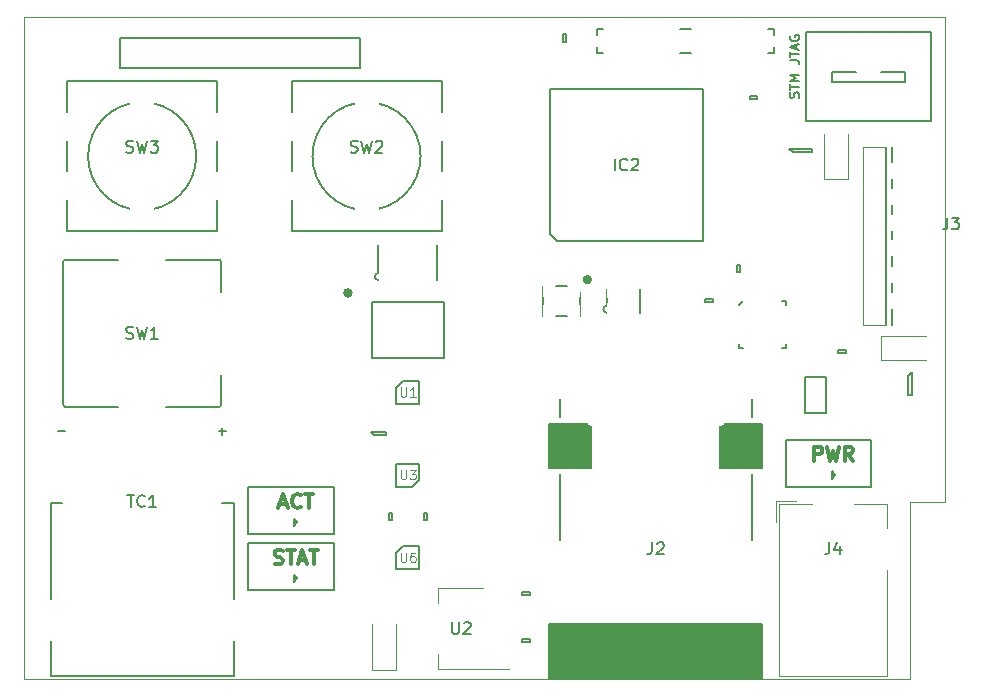
<source format=gbr>
%TF.GenerationSoftware,KiCad,Pcbnew,5.1.5-52549c5~84~ubuntu19.04.1*%
%TF.CreationDate,2020-04-18T10:51:23+00:00*%
%TF.ProjectId,alakol,616c616b-6f6c-42e6-9b69-6361645f7063,rev.0*%
%TF.SameCoordinates,Original*%
%TF.FileFunction,Legend,Top*%
%TF.FilePolarity,Positive*%
%FSLAX45Y45*%
G04 Gerber Fmt 4.5, Leading zero omitted, Abs format (unit mm)*
G04 Created by KiCad (PCBNEW 5.1.5-52549c5~84~ubuntu19.04.1) date 2020-04-18 10:51:23*
%MOMM*%
%LPD*%
G04 APERTURE LIST*
%ADD10C,0.150000*%
%ADD11C,0.200000*%
%ADD12C,0.300000*%
%ADD13C,0.100000*%
%ADD14C,0.120000*%
%ADD15C,0.400000*%
%ADD16R,2.200000X1.400000*%
%ADD17R,1.000000X1.200000*%
%ADD18R,0.820000X0.820000*%
%ADD19C,3.000000*%
%ADD20R,1.400000X1.100000*%
%ADD21C,3.450000*%
%ADD22C,1.800000*%
%ADD23C,2.600000*%
%ADD24C,2.000000*%
%ADD25R,1.150000X1.200000*%
%ADD26R,1.200000X1.150000*%
%ADD27R,2.100000X2.100000*%
%ADD28C,2.100000*%
%ADD29C,0.940000*%
%ADD30R,0.940000X2.990000*%
%ADD31C,3.800000*%
%ADD32O,3.000000X2.400000*%
%ADD33R,1.650000X0.650000*%
%ADD34R,2.200000X4.000000*%
%ADD35R,2.200000X1.700000*%
%ADD36R,0.750000X1.050000*%
%ADD37R,2.500000X0.800000*%
%ADD38R,2.500000X1.260000*%
%ADD39C,4.200000*%
%ADD40C,3.400000*%
%ADD41R,1.100000X1.200000*%
%ADD42R,2.100000X2.600000*%
%ADD43R,0.800000X1.300000*%
%ADD44R,2.800000X2.800000*%
%ADD45C,2.800000*%
%ADD46R,0.680000X0.430000*%
%ADD47R,0.430000X0.680000*%
%ADD48R,1.000000X1.000000*%
%ADD49R,0.500000X1.700000*%
%ADD50R,1.700000X0.500000*%
%ADD51R,1.200000X0.800000*%
%ADD52R,0.800000X1.200000*%
%ADD53R,1.300000X1.300000*%
G04 APERTURE END LIST*
D10*
X18550000Y-10100000D02*
X18550000Y-10150000D01*
X18500000Y-10100000D02*
X18550000Y-10100000D01*
X17750000Y-10100000D02*
X17850000Y-10100000D01*
X17750000Y-10300000D02*
X17850000Y-10300000D01*
X18550000Y-10300000D02*
X18550000Y-10250000D01*
X18500000Y-10300000D02*
X18550000Y-10300000D01*
X17050000Y-10100000D02*
X17100000Y-10100000D01*
X17050000Y-10150000D02*
X17050000Y-10100000D01*
X17050000Y-10300000D02*
X17100000Y-10300000D01*
X17050000Y-10250000D02*
X17050000Y-10300000D01*
X17050000Y-10300000D02*
X17050000Y-10250000D01*
X13849524Y-13505714D02*
X13910476Y-13505714D01*
X13880000Y-13536190D02*
X13880000Y-13475238D01*
X12489524Y-13505714D02*
X12550476Y-13505714D01*
X19875000Y-10875000D02*
X19875000Y-10125000D01*
X18825000Y-10875000D02*
X19875000Y-10875000D01*
X18825000Y-10125000D02*
X18825000Y-10875000D01*
X19875000Y-10125000D02*
X18825000Y-10125000D01*
X18757381Y-10679512D02*
X18761190Y-10668083D01*
X18761190Y-10649036D01*
X18757381Y-10641417D01*
X18753571Y-10637607D01*
X18745952Y-10633798D01*
X18738333Y-10633798D01*
X18730714Y-10637607D01*
X18726905Y-10641417D01*
X18723095Y-10649036D01*
X18719286Y-10664274D01*
X18715476Y-10671893D01*
X18711667Y-10675702D01*
X18704048Y-10679512D01*
X18696429Y-10679512D01*
X18688810Y-10675702D01*
X18685000Y-10671893D01*
X18681190Y-10664274D01*
X18681190Y-10645226D01*
X18685000Y-10633798D01*
X18681190Y-10610940D02*
X18681190Y-10565226D01*
X18761190Y-10588083D02*
X18681190Y-10588083D01*
X18761190Y-10538560D02*
X18681190Y-10538560D01*
X18738333Y-10511893D01*
X18681190Y-10485226D01*
X18761190Y-10485226D01*
X18681190Y-10363321D02*
X18738333Y-10363321D01*
X18749762Y-10367131D01*
X18757381Y-10374750D01*
X18761190Y-10386179D01*
X18761190Y-10393798D01*
X18681190Y-10336655D02*
X18681190Y-10290940D01*
X18761190Y-10313798D02*
X18681190Y-10313798D01*
X18738333Y-10268083D02*
X18738333Y-10229988D01*
X18761190Y-10275702D02*
X18681190Y-10249036D01*
X18761190Y-10222369D01*
X18685000Y-10153798D02*
X18681190Y-10161417D01*
X18681190Y-10172845D01*
X18685000Y-10184274D01*
X18692619Y-10191893D01*
X18700238Y-10195702D01*
X18715476Y-10199512D01*
X18726905Y-10199512D01*
X18742143Y-10195702D01*
X18749762Y-10191893D01*
X18757381Y-10184274D01*
X18761190Y-10172845D01*
X18761190Y-10165226D01*
X18757381Y-10153798D01*
X18753571Y-10149988D01*
X18726905Y-10149988D01*
X18726905Y-10165226D01*
D11*
X14100000Y-14850000D02*
X14825000Y-14850000D01*
X14825000Y-14450000D02*
X14100000Y-14450000D01*
X14100000Y-14850000D02*
X14100000Y-14450000D01*
X14825000Y-14850000D02*
X14825000Y-14450000D01*
D12*
X14322857Y-14623571D02*
X14340000Y-14629286D01*
X14368571Y-14629286D01*
X14380000Y-14623571D01*
X14385714Y-14617857D01*
X14391428Y-14606428D01*
X14391428Y-14595000D01*
X14385714Y-14583571D01*
X14380000Y-14577857D01*
X14368571Y-14572143D01*
X14345714Y-14566428D01*
X14334286Y-14560714D01*
X14328571Y-14555000D01*
X14322857Y-14543571D01*
X14322857Y-14532143D01*
X14328571Y-14520714D01*
X14334286Y-14515000D01*
X14345714Y-14509286D01*
X14374286Y-14509286D01*
X14391428Y-14515000D01*
X14425714Y-14509286D02*
X14494286Y-14509286D01*
X14460000Y-14629286D02*
X14460000Y-14509286D01*
X14528571Y-14595000D02*
X14585714Y-14595000D01*
X14517143Y-14629286D02*
X14557143Y-14509286D01*
X14597143Y-14629286D01*
X14620000Y-14509286D02*
X14688571Y-14509286D01*
X14654286Y-14629286D02*
X14654286Y-14509286D01*
D11*
X14825000Y-14375000D02*
X14825000Y-13975000D01*
X14825000Y-13975000D02*
X14100000Y-13975000D01*
X14100000Y-14375000D02*
X14825000Y-14375000D01*
X14100000Y-14375000D02*
X14100000Y-13975000D01*
D12*
X14365714Y-14120000D02*
X14422857Y-14120000D01*
X14354286Y-14154286D02*
X14394286Y-14034286D01*
X14434286Y-14154286D01*
X14542857Y-14142857D02*
X14537143Y-14148571D01*
X14520000Y-14154286D01*
X14508571Y-14154286D01*
X14491428Y-14148571D01*
X14480000Y-14137143D01*
X14474286Y-14125714D01*
X14468571Y-14102857D01*
X14468571Y-14085714D01*
X14474286Y-14062857D01*
X14480000Y-14051428D01*
X14491428Y-14040000D01*
X14508571Y-14034286D01*
X14520000Y-14034286D01*
X14537143Y-14040000D01*
X14542857Y-14045714D01*
X14577143Y-14034286D02*
X14645714Y-14034286D01*
X14611428Y-14154286D02*
X14611428Y-14034286D01*
D11*
X18650000Y-13975000D02*
X18650000Y-13575000D01*
X19375000Y-13575000D02*
X18650000Y-13575000D01*
X19375000Y-13975000D02*
X19375000Y-13575000D01*
X18650000Y-13975000D02*
X19375000Y-13975000D01*
D12*
X18890000Y-13754286D02*
X18890000Y-13634286D01*
X18935714Y-13634286D01*
X18947143Y-13640000D01*
X18952857Y-13645714D01*
X18958571Y-13657143D01*
X18958571Y-13674286D01*
X18952857Y-13685714D01*
X18947143Y-13691428D01*
X18935714Y-13697143D01*
X18890000Y-13697143D01*
X18998571Y-13634286D02*
X19027143Y-13754286D01*
X19050000Y-13668571D01*
X19072857Y-13754286D01*
X19101429Y-13634286D01*
X19215714Y-13754286D02*
X19175714Y-13697143D01*
X19147143Y-13754286D02*
X19147143Y-13634286D01*
X19192857Y-13634286D01*
X19204286Y-13640000D01*
X19210000Y-13645714D01*
X19215714Y-13657143D01*
X19215714Y-13674286D01*
X19210000Y-13685714D01*
X19204286Y-13691428D01*
X19192857Y-13697143D01*
X19147143Y-13697143D01*
D13*
X12200000Y-15400000D02*
X12200000Y-15600000D01*
X19700000Y-15400000D02*
X19700000Y-15600000D01*
X12200000Y-14500000D02*
X12200000Y-15300000D01*
X19700000Y-14600000D02*
X19700000Y-15400000D01*
X12200000Y-15600000D02*
X19700000Y-15600000D01*
X12200000Y-15300000D02*
X12200000Y-15400000D01*
X12200000Y-14400000D02*
X12200000Y-14500000D01*
X12200000Y-10000000D02*
X12200000Y-14400000D01*
X12200000Y-10000000D02*
X18000000Y-10000000D01*
X19500000Y-12600000D02*
X19500000Y-11100000D01*
X19700000Y-14100000D02*
X19700000Y-14600000D01*
X20000000Y-14100000D02*
X19700000Y-14100000D01*
X20000000Y-12600000D02*
X20000000Y-14100000D01*
X20000000Y-10000000D02*
X18000000Y-10000000D01*
X20000000Y-11100000D02*
X20000000Y-10000000D01*
X20000000Y-12600000D02*
X20000000Y-11100000D01*
X19500000Y-11100000D02*
X19300000Y-11100000D01*
X19300000Y-12600000D02*
X19500000Y-12600000D01*
X19300000Y-11100000D02*
X19300000Y-12600000D01*
D10*
X19550000Y-11100000D02*
X19550000Y-12600000D01*
X19500000Y-12600000D02*
X19500000Y-11100000D01*
X17135000Y-12440000D02*
G75*
G03X17135000Y-12500000I0J-30000D01*
G01*
X17415000Y-12500000D02*
X17415000Y-12300000D01*
X17135000Y-12440000D02*
X17135000Y-12300000D01*
X13975000Y-15580000D02*
X12425000Y-15580000D01*
X13975000Y-15580000D02*
X13975000Y-15280000D01*
X12425000Y-15580000D02*
X12425000Y-15280000D01*
X13975000Y-14920000D02*
X13975000Y-14110000D01*
X12425000Y-14920000D02*
X12425000Y-14110000D01*
X13975000Y-14110000D02*
X13875000Y-14110000D01*
X12425000Y-14110000D02*
X12525000Y-14110000D01*
D14*
X15150000Y-15525000D02*
X15350000Y-15525000D01*
X15350000Y-15525000D02*
X15350000Y-15135000D01*
X15150000Y-15525000D02*
X15150000Y-15135000D01*
D10*
G36*
X16648300Y-15592200D02*
G01*
X16648300Y-15135000D01*
X18451700Y-15135000D01*
X18451700Y-15592200D01*
X16648300Y-15592200D01*
G37*
X16648300Y-15592200D02*
X16648300Y-15135000D01*
X18451700Y-15135000D01*
X18451700Y-15592200D01*
X16648300Y-15592200D01*
G36*
X16648300Y-13814200D02*
G01*
X16648300Y-13445900D01*
X17003900Y-13445900D01*
X17003900Y-13814200D01*
X16648300Y-13814200D01*
G37*
X16648300Y-13814200D02*
X16648300Y-13445900D01*
X17003900Y-13445900D01*
X17003900Y-13814200D01*
X16648300Y-13814200D01*
G36*
X18096100Y-13445900D02*
G01*
X18096100Y-13814200D01*
X18451700Y-13814200D01*
X18451700Y-13445900D01*
X18096100Y-13445900D01*
G37*
X18096100Y-13445900D02*
X18096100Y-13814200D01*
X18451700Y-13814200D01*
X18451700Y-13445900D01*
X18096100Y-13445900D01*
X16734660Y-13382400D02*
X16734660Y-13230000D01*
X18365340Y-14423800D02*
X18365340Y-13865000D01*
X16734660Y-14423800D02*
X16734660Y-13865000D01*
X18365340Y-13382400D02*
X18365340Y-13230000D01*
X15287500Y-14257500D02*
X15287500Y-14192500D01*
X15312500Y-14257500D02*
X15287500Y-14257500D01*
X15312500Y-14192500D02*
X15312500Y-14257500D01*
X15287500Y-14192500D02*
X15312500Y-14192500D01*
X16417500Y-14887500D02*
X16417500Y-14862500D01*
X16417500Y-14862500D02*
X16482500Y-14862500D01*
X16482500Y-14862500D02*
X16482500Y-14887500D01*
X16482500Y-14887500D02*
X16417500Y-14887500D01*
X16482500Y-15262500D02*
X16482500Y-15287500D01*
X16482500Y-15287500D02*
X16417500Y-15287500D01*
X16417500Y-15287500D02*
X16417500Y-15262500D01*
X16417500Y-15262500D02*
X16482500Y-15262500D01*
X18342500Y-10662500D02*
X18407500Y-10662500D01*
X18342500Y-10687500D02*
X18342500Y-10662500D01*
X18407500Y-10687500D02*
X18342500Y-10687500D01*
X18407500Y-10662500D02*
X18407500Y-10687500D01*
X19062500Y-13875000D02*
X19037500Y-13907500D01*
X19062500Y-13875000D02*
X19037500Y-13842500D01*
X19037500Y-13907500D02*
X19037500Y-13842500D01*
X14512500Y-14275000D02*
X14487500Y-14307500D01*
X14512500Y-14275000D02*
X14487500Y-14242500D01*
X14487500Y-14307500D02*
X14487500Y-14242500D01*
X14487500Y-14782500D02*
X14487500Y-14717500D01*
X14512500Y-14750000D02*
X14487500Y-14717500D01*
X14512500Y-14750000D02*
X14487500Y-14782500D01*
X13011000Y-10173000D02*
X15043000Y-10173000D01*
X15043000Y-10173000D02*
X15043000Y-10427000D01*
X15043000Y-10427000D02*
X13011000Y-10427000D01*
X13011000Y-10427000D02*
X13011000Y-10173000D01*
X19660000Y-10550000D02*
X19660000Y-10460000D01*
X19040000Y-10550000D02*
X19040000Y-10460000D01*
X19040000Y-10460000D02*
X19240000Y-10460000D01*
X19660000Y-10460000D02*
X19460000Y-10460000D01*
X19660000Y-10550000D02*
X19040000Y-10550000D01*
X12530000Y-13275000D02*
X12530000Y-12075000D01*
X13870000Y-13275000D02*
X13870000Y-13025000D01*
X13870000Y-12325000D02*
X13870000Y-12075000D01*
X12555000Y-12050000D02*
X13000000Y-12050000D01*
X13400000Y-12050000D02*
X13845000Y-12050000D01*
X12555000Y-13300000D02*
X13000000Y-13300000D01*
X13400000Y-13300000D02*
X13845000Y-13300000D01*
X13845000Y-12050000D02*
G75*
G02X13870000Y-12075000I0J-25000D01*
G01*
X12530000Y-12075000D02*
G75*
G02X12555000Y-12050000I25000J0D01*
G01*
X12555000Y-13300000D02*
G75*
G02X12530000Y-13275000I0J25000D01*
G01*
X13870000Y-13275000D02*
G75*
G02X13845000Y-13300000I-25000J0D01*
G01*
X14465000Y-11810000D02*
X14465000Y-10540000D01*
X15735000Y-11810000D02*
X14465000Y-11810000D01*
X15735000Y-10540000D02*
X15735000Y-11810000D01*
X14465000Y-10540000D02*
X15735000Y-10540000D01*
X15557905Y-11175000D02*
G75*
G03X15557905Y-11175000I-457905J0D01*
G01*
X13657905Y-11175000D02*
G75*
G03X13657905Y-11175000I-457905J0D01*
G01*
X12565000Y-10540000D02*
X13835000Y-10540000D01*
X13835000Y-10540000D02*
X13835000Y-11810000D01*
X13835000Y-11810000D02*
X12565000Y-11810000D01*
X12565000Y-11810000D02*
X12565000Y-10540000D01*
X15352500Y-13137500D02*
X15412500Y-13077500D01*
X15352500Y-13272500D02*
X15352500Y-13137500D01*
X15547500Y-13272500D02*
X15352500Y-13272500D01*
X15547500Y-13077500D02*
X15547500Y-13272500D01*
X15412500Y-13077500D02*
X15547500Y-13077500D01*
D14*
X15709000Y-14834000D02*
X15709000Y-14960000D01*
X15709000Y-15516000D02*
X15709000Y-15390000D01*
X16085000Y-14834000D02*
X15709000Y-14834000D01*
X16310000Y-15516000D02*
X15709000Y-15516000D01*
D10*
X15487500Y-13972500D02*
X15352500Y-13972500D01*
X15352500Y-13972500D02*
X15352500Y-13777500D01*
X15352500Y-13777500D02*
X15547500Y-13777500D01*
X15547500Y-13777500D02*
X15547500Y-13912500D01*
X15547500Y-13912500D02*
X15487500Y-13972500D01*
X15135000Y-13512500D02*
X15135000Y-13512500D01*
X15135000Y-13512500D02*
X15265000Y-13512500D01*
X15265000Y-13512500D02*
X15265000Y-13537500D01*
X15265000Y-13537500D02*
X15160000Y-13537500D01*
X15160000Y-13537500D02*
X15135000Y-13512500D01*
X15757500Y-12412500D02*
X15757500Y-12887500D01*
X15142500Y-12412500D02*
X15142500Y-12887500D01*
X15757500Y-12887500D02*
X15142500Y-12887500D01*
X15757500Y-12412500D02*
X15142500Y-12412500D01*
D15*
X14962000Y-12332500D02*
G75*
G03X14962000Y-12332500I-20000J0D01*
G01*
D10*
X16910000Y-12325000D02*
X16910000Y-12525000D01*
X16800000Y-12525000D02*
X16700000Y-12525000D01*
X16590000Y-12525000D02*
X16590000Y-12275000D01*
X16700000Y-12275000D02*
X16800000Y-12275000D01*
D15*
X16990000Y-12220000D02*
G75*
G03X16990000Y-12220000I-20000J0D01*
G01*
D10*
X18810000Y-13047500D02*
X18990000Y-13047500D01*
X18990000Y-13047500D02*
X18990000Y-13352500D01*
X18990000Y-13352500D02*
X18810000Y-13352500D01*
X18810000Y-13352500D02*
X18810000Y-13047500D01*
X15612500Y-14257500D02*
X15587500Y-14257500D01*
X15587500Y-14257500D02*
X15587500Y-14192500D01*
X15587500Y-14192500D02*
X15612500Y-14192500D01*
X15612500Y-14192500D02*
X15612500Y-14257500D01*
X15200000Y-12165000D02*
X15200000Y-11925000D01*
X15700000Y-12225000D02*
X15700000Y-11925000D01*
X15200000Y-12165000D02*
G75*
G03X15200000Y-12225000I0J-30000D01*
G01*
D14*
X19510000Y-14680000D02*
X19510000Y-15580000D01*
X19510000Y-15580000D02*
X18590000Y-15580000D01*
X18590000Y-15580000D02*
X18590000Y-14120000D01*
X18590000Y-14120000D02*
X18870000Y-14120000D01*
X19230000Y-14120000D02*
X19510000Y-14120000D01*
X19510000Y-14120000D02*
X19510000Y-14320000D01*
X18566000Y-14270000D02*
X18566000Y-14096000D01*
X18566000Y-14096000D02*
X18740000Y-14096000D01*
D10*
X15412500Y-14477500D02*
X15547500Y-14477500D01*
X15547500Y-14477500D02*
X15547500Y-14672500D01*
X15547500Y-14672500D02*
X15352500Y-14672500D01*
X15352500Y-14672500D02*
X15352500Y-14537500D01*
X15352500Y-14537500D02*
X15412500Y-14477500D01*
X16762500Y-10207500D02*
X16762500Y-10142500D01*
X16787500Y-10207500D02*
X16762500Y-10207500D01*
X16787500Y-10142500D02*
X16787500Y-10207500D01*
X16762500Y-10142500D02*
X16787500Y-10142500D01*
X19157500Y-12812500D02*
X19157500Y-12837500D01*
X19157500Y-12837500D02*
X19092500Y-12837500D01*
X19092500Y-12837500D02*
X19092500Y-12812500D01*
X19092500Y-12812500D02*
X19157500Y-12812500D01*
X17967500Y-12412500D02*
X17967500Y-12387500D01*
X17967500Y-12387500D02*
X18032500Y-12387500D01*
X18032500Y-12387500D02*
X18032500Y-12412500D01*
X18032500Y-12412500D02*
X17967500Y-12412500D01*
X18237500Y-12157500D02*
X18237500Y-12092500D01*
X18262500Y-12157500D02*
X18237500Y-12157500D01*
X18262500Y-12092500D02*
X18262500Y-12157500D01*
X18237500Y-12092500D02*
X18262500Y-12092500D01*
X18250000Y-12435000D02*
X18285000Y-12400000D01*
X18615000Y-12400000D02*
X18650000Y-12400000D01*
X18650000Y-12400000D02*
X18650000Y-12435000D01*
X18615000Y-12800000D02*
X18650000Y-12800000D01*
X18650000Y-12800000D02*
X18650000Y-12765000D01*
X18285000Y-12800000D02*
X18250000Y-12800000D01*
X18250000Y-12800000D02*
X18250000Y-12765000D01*
X16655000Y-11835000D02*
X16655000Y-10605000D01*
X16655000Y-10605000D02*
X17945000Y-10605000D01*
X17945000Y-10605000D02*
X17945000Y-11895000D01*
X17945000Y-11895000D02*
X16715000Y-11895000D01*
X16715000Y-11895000D02*
X16655000Y-11835000D01*
X19685000Y-13035000D02*
X19715000Y-13005000D01*
X19685000Y-13195000D02*
X19685000Y-13035000D01*
X19715000Y-13195000D02*
X19685000Y-13195000D01*
X19715000Y-13005000D02*
X19715000Y-13195000D01*
X19715000Y-13005000D02*
X19715000Y-13005000D01*
X18680000Y-11110000D02*
X18680000Y-11110000D01*
X18680000Y-11110000D02*
X18870000Y-11110000D01*
X18870000Y-11110000D02*
X18870000Y-11140000D01*
X18870000Y-11140000D02*
X18710000Y-11140000D01*
X18710000Y-11140000D02*
X18680000Y-11110000D01*
D14*
X19455000Y-12700000D02*
X19455000Y-12900000D01*
X19455000Y-12900000D02*
X19840000Y-12900000D01*
X19455000Y-12700000D02*
X19840000Y-12700000D01*
X18975000Y-11370000D02*
X19175000Y-11370000D01*
X19175000Y-11370000D02*
X19175000Y-10985000D01*
X18975000Y-11370000D02*
X18975000Y-10985000D01*
D10*
X13050500Y-10212500D02*
X13050500Y-10387500D01*
X13225500Y-10387500D01*
X13225500Y-10212500D01*
X13050500Y-10212500D01*
X13479500Y-10300000D02*
G75*
G03X13479500Y-10300000I-87500J0D01*
G01*
X13733500Y-10300000D02*
G75*
G03X13733500Y-10300000I-87500J0D01*
G01*
X13987500Y-10300000D02*
G75*
G03X13987500Y-10300000I-87500J0D01*
G01*
X14241500Y-10300000D02*
G75*
G03X14241500Y-10300000I-87500J0D01*
G01*
X14495500Y-10300000D02*
G75*
G03X14495500Y-10300000I-87500J0D01*
G01*
X14749500Y-10300000D02*
G75*
G03X14749500Y-10300000I-87500J0D01*
G01*
X15003500Y-10300000D02*
G75*
G03X15003500Y-10300000I-87500J0D01*
G01*
X19125500Y-10246000D02*
G75*
G03X19125500Y-10246000I-29500J0D01*
G01*
X19252500Y-10246000D02*
G75*
G03X19252500Y-10246000I-29500J0D01*
G01*
X19379500Y-10246000D02*
G75*
G03X19379500Y-10246000I-29500J0D01*
G01*
X19506500Y-10246000D02*
G75*
G03X19506500Y-10246000I-29500J0D01*
G01*
X19633500Y-10246000D02*
G75*
G03X19633500Y-10246000I-29500J0D01*
G01*
X19125500Y-10754000D02*
G75*
G03X19125500Y-10754000I-29500J0D01*
G01*
X19252500Y-10754000D02*
G75*
G03X19252500Y-10754000I-29500J0D01*
G01*
X19379500Y-10754000D02*
G75*
G03X19379500Y-10754000I-29500J0D01*
G01*
X19506500Y-10754000D02*
G75*
G03X19506500Y-10754000I-29500J0D01*
G01*
X19633500Y-10754000D02*
G75*
G03X19633500Y-10754000I-29500J0D01*
G01*
X14435000Y-11527500D02*
X14495000Y-11527500D01*
X14435000Y-11322500D02*
X14495000Y-11322500D01*
X14495000Y-11527500D02*
G75*
G03X14495000Y-11322500I0J102500D01*
G01*
X14435000Y-11322500D02*
G75*
G03X14435000Y-11527500I0J-102500D01*
G01*
X14435000Y-11027500D02*
X14495000Y-11027500D01*
X14435000Y-10822500D02*
X14495000Y-10822500D01*
X14495000Y-11027500D02*
G75*
G03X14495000Y-10822500I0J102500D01*
G01*
X14435000Y-10822500D02*
G75*
G03X14435000Y-11027500I0J-102500D01*
G01*
X15705000Y-11527500D02*
X15765000Y-11527500D01*
X15705000Y-11322500D02*
X15765000Y-11322500D01*
X15765000Y-11527500D02*
G75*
G03X15765000Y-11322500I0J102500D01*
G01*
X15705000Y-11322500D02*
G75*
G03X15705000Y-11527500I0J-102500D01*
G01*
X15705000Y-11027500D02*
X15765000Y-11027500D01*
X15705000Y-10822500D02*
X15765000Y-10822500D01*
X15765000Y-11027500D02*
G75*
G03X15765000Y-10822500I0J102500D01*
G01*
X15705000Y-10822500D02*
G75*
G03X15705000Y-11027500I0J-102500D01*
G01*
X13805000Y-11027500D02*
X13865000Y-11027500D01*
X13805000Y-10822500D02*
X13865000Y-10822500D01*
X13865000Y-11027500D02*
G75*
G03X13865000Y-10822500I0J102500D01*
G01*
X13805000Y-10822500D02*
G75*
G03X13805000Y-11027500I0J-102500D01*
G01*
X13805000Y-11527500D02*
X13865000Y-11527500D01*
X13805000Y-11322500D02*
X13865000Y-11322500D01*
X13865000Y-11527500D02*
G75*
G03X13865000Y-11322500I0J102500D01*
G01*
X13805000Y-11322500D02*
G75*
G03X13805000Y-11527500I0J-102500D01*
G01*
X12535000Y-11027500D02*
X12595000Y-11027500D01*
X12535000Y-10822500D02*
X12595000Y-10822500D01*
X12595000Y-11027500D02*
G75*
G03X12595000Y-10822500I0J102500D01*
G01*
X12535000Y-10822500D02*
G75*
G03X12535000Y-11027500I0J-102500D01*
G01*
X12535000Y-11527500D02*
X12595000Y-11527500D01*
X12535000Y-11322500D02*
X12595000Y-11322500D01*
X12595000Y-11527500D02*
G75*
G03X12595000Y-11322500I0J102500D01*
G01*
X12535000Y-11322500D02*
G75*
G03X12535000Y-11527500I0J-102500D01*
G01*
X16152500Y-10250000D02*
G75*
G03X16152500Y-10250000I-152500J0D01*
G01*
X16312500Y-13050000D02*
G75*
G03X16312500Y-13050000I-112500J0D01*
G01*
X20016667Y-11695238D02*
X20016667Y-11766667D01*
X20011905Y-11780952D01*
X20002381Y-11790476D01*
X19988095Y-11795238D01*
X19978571Y-11795238D01*
X20054762Y-11695238D02*
X20116667Y-11695238D01*
X20083333Y-11733333D01*
X20097619Y-11733333D01*
X20107143Y-11738095D01*
X20111905Y-11742857D01*
X20116667Y-11752381D01*
X20116667Y-11776190D01*
X20111905Y-11785714D01*
X20107143Y-11790476D01*
X20097619Y-11795238D01*
X20069048Y-11795238D01*
X20059524Y-11790476D01*
X20054762Y-11785714D01*
X13073809Y-14045238D02*
X13130952Y-14045238D01*
X13102381Y-14145238D02*
X13102381Y-14045238D01*
X13221428Y-14135714D02*
X13216667Y-14140476D01*
X13202381Y-14145238D01*
X13192857Y-14145238D01*
X13178571Y-14140476D01*
X13169048Y-14130952D01*
X13164286Y-14121428D01*
X13159524Y-14102381D01*
X13159524Y-14088095D01*
X13164286Y-14069048D01*
X13169048Y-14059524D01*
X13178571Y-14050000D01*
X13192857Y-14045238D01*
X13202381Y-14045238D01*
X13216667Y-14050000D01*
X13221428Y-14054762D01*
X13316667Y-14145238D02*
X13259524Y-14145238D01*
X13288095Y-14145238D02*
X13288095Y-14045238D01*
X13278571Y-14059524D01*
X13269048Y-14069048D01*
X13259524Y-14073809D01*
X17516667Y-14445238D02*
X17516667Y-14516667D01*
X17511905Y-14530952D01*
X17502381Y-14540476D01*
X17488095Y-14545238D01*
X17478571Y-14545238D01*
X17559524Y-14454762D02*
X17564286Y-14450000D01*
X17573810Y-14445238D01*
X17597619Y-14445238D01*
X17607143Y-14450000D01*
X17611905Y-14454762D01*
X17616667Y-14464286D01*
X17616667Y-14473809D01*
X17611905Y-14488095D01*
X17554762Y-14545238D01*
X17616667Y-14545238D01*
X13066667Y-12715476D02*
X13080952Y-12720238D01*
X13104762Y-12720238D01*
X13114286Y-12715476D01*
X13119048Y-12710714D01*
X13123809Y-12701190D01*
X13123809Y-12691667D01*
X13119048Y-12682143D01*
X13114286Y-12677381D01*
X13104762Y-12672619D01*
X13085714Y-12667857D01*
X13076190Y-12663095D01*
X13071428Y-12658333D01*
X13066667Y-12648809D01*
X13066667Y-12639286D01*
X13071428Y-12629762D01*
X13076190Y-12625000D01*
X13085714Y-12620238D01*
X13109524Y-12620238D01*
X13123809Y-12625000D01*
X13157143Y-12620238D02*
X13180952Y-12720238D01*
X13200000Y-12648809D01*
X13219048Y-12720238D01*
X13242857Y-12620238D01*
X13333333Y-12720238D02*
X13276190Y-12720238D01*
X13304762Y-12720238D02*
X13304762Y-12620238D01*
X13295238Y-12634524D01*
X13285714Y-12644048D01*
X13276190Y-12648809D01*
X14966667Y-11139276D02*
X14980952Y-11144038D01*
X15004762Y-11144038D01*
X15014286Y-11139276D01*
X15019048Y-11134514D01*
X15023809Y-11124990D01*
X15023809Y-11115467D01*
X15019048Y-11105943D01*
X15014286Y-11101181D01*
X15004762Y-11096419D01*
X14985714Y-11091657D01*
X14976190Y-11086895D01*
X14971428Y-11082133D01*
X14966667Y-11072610D01*
X14966667Y-11063086D01*
X14971428Y-11053562D01*
X14976190Y-11048800D01*
X14985714Y-11044038D01*
X15009524Y-11044038D01*
X15023809Y-11048800D01*
X15057143Y-11044038D02*
X15080952Y-11144038D01*
X15100000Y-11072610D01*
X15119048Y-11144038D01*
X15142857Y-11044038D01*
X15176190Y-11053562D02*
X15180952Y-11048800D01*
X15190476Y-11044038D01*
X15214286Y-11044038D01*
X15223809Y-11048800D01*
X15228571Y-11053562D01*
X15233333Y-11063086D01*
X15233333Y-11072610D01*
X15228571Y-11086895D01*
X15171428Y-11144038D01*
X15233333Y-11144038D01*
X13066667Y-11139276D02*
X13080952Y-11144038D01*
X13104762Y-11144038D01*
X13114286Y-11139276D01*
X13119048Y-11134514D01*
X13123809Y-11124990D01*
X13123809Y-11115467D01*
X13119048Y-11105943D01*
X13114286Y-11101181D01*
X13104762Y-11096419D01*
X13085714Y-11091657D01*
X13076190Y-11086895D01*
X13071428Y-11082133D01*
X13066667Y-11072610D01*
X13066667Y-11063086D01*
X13071428Y-11053562D01*
X13076190Y-11048800D01*
X13085714Y-11044038D01*
X13109524Y-11044038D01*
X13123809Y-11048800D01*
X13157143Y-11044038D02*
X13180952Y-11144038D01*
X13200000Y-11072610D01*
X13219048Y-11144038D01*
X13242857Y-11044038D01*
X13271428Y-11044038D02*
X13333333Y-11044038D01*
X13300000Y-11082133D01*
X13314286Y-11082133D01*
X13323809Y-11086895D01*
X13328571Y-11091657D01*
X13333333Y-11101181D01*
X13333333Y-11124990D01*
X13328571Y-11134514D01*
X13323809Y-11139276D01*
X13314286Y-11144038D01*
X13285714Y-11144038D01*
X13276190Y-11139276D01*
X13271428Y-11134514D01*
D14*
X15389048Y-13131190D02*
X15389048Y-13195952D01*
X15392857Y-13203571D01*
X15396667Y-13207381D01*
X15404286Y-13211190D01*
X15419524Y-13211190D01*
X15427143Y-13207381D01*
X15430952Y-13203571D01*
X15434762Y-13195952D01*
X15434762Y-13131190D01*
X15514762Y-13211190D02*
X15469048Y-13211190D01*
X15491905Y-13211190D02*
X15491905Y-13131190D01*
X15484286Y-13142619D01*
X15476667Y-13150238D01*
X15469048Y-13154048D01*
D10*
X15823809Y-15120238D02*
X15823809Y-15201190D01*
X15828571Y-15210714D01*
X15833333Y-15215476D01*
X15842857Y-15220238D01*
X15861905Y-15220238D01*
X15871428Y-15215476D01*
X15876190Y-15210714D01*
X15880952Y-15201190D01*
X15880952Y-15120238D01*
X15923809Y-15129762D02*
X15928571Y-15125000D01*
X15938095Y-15120238D01*
X15961905Y-15120238D01*
X15971428Y-15125000D01*
X15976190Y-15129762D01*
X15980952Y-15139286D01*
X15980952Y-15148809D01*
X15976190Y-15163095D01*
X15919048Y-15220238D01*
X15980952Y-15220238D01*
D14*
X15389048Y-13831190D02*
X15389048Y-13895952D01*
X15392857Y-13903571D01*
X15396667Y-13907381D01*
X15404286Y-13911190D01*
X15419524Y-13911190D01*
X15427143Y-13907381D01*
X15430952Y-13903571D01*
X15434762Y-13895952D01*
X15434762Y-13831190D01*
X15465238Y-13831190D02*
X15514762Y-13831190D01*
X15488095Y-13861667D01*
X15499524Y-13861667D01*
X15507143Y-13865476D01*
X15510952Y-13869286D01*
X15514762Y-13876905D01*
X15514762Y-13895952D01*
X15510952Y-13903571D01*
X15507143Y-13907381D01*
X15499524Y-13911190D01*
X15476667Y-13911190D01*
X15469048Y-13907381D01*
X15465238Y-13903571D01*
D10*
X19016667Y-14445238D02*
X19016667Y-14516667D01*
X19011905Y-14530952D01*
X19002381Y-14540476D01*
X18988095Y-14545238D01*
X18978571Y-14545238D01*
X19107143Y-14478571D02*
X19107143Y-14545238D01*
X19083333Y-14440476D02*
X19059524Y-14511905D01*
X19121429Y-14511905D01*
D14*
X15389048Y-14531190D02*
X15389048Y-14595952D01*
X15392857Y-14603571D01*
X15396667Y-14607381D01*
X15404286Y-14611190D01*
X15419524Y-14611190D01*
X15427143Y-14607381D01*
X15430952Y-14603571D01*
X15434762Y-14595952D01*
X15434762Y-14531190D01*
X15507143Y-14531190D02*
X15491905Y-14531190D01*
X15484286Y-14535000D01*
X15480476Y-14538809D01*
X15472857Y-14550238D01*
X15469048Y-14565476D01*
X15469048Y-14595952D01*
X15472857Y-14603571D01*
X15476667Y-14607381D01*
X15484286Y-14611190D01*
X15499524Y-14611190D01*
X15507143Y-14607381D01*
X15510952Y-14603571D01*
X15514762Y-14595952D01*
X15514762Y-14576905D01*
X15510952Y-14569286D01*
X15507143Y-14565476D01*
X15499524Y-14561667D01*
X15484286Y-14561667D01*
X15476667Y-14565476D01*
X15472857Y-14569286D01*
X15469048Y-14576905D01*
D10*
X17202381Y-11295238D02*
X17202381Y-11195238D01*
X17307143Y-11285714D02*
X17302381Y-11290476D01*
X17288095Y-11295238D01*
X17278571Y-11295238D01*
X17264286Y-11290476D01*
X17254762Y-11280952D01*
X17250000Y-11271428D01*
X17245238Y-11252381D01*
X17245238Y-11238095D01*
X17250000Y-11219048D01*
X17254762Y-11209524D01*
X17264286Y-11200000D01*
X17278571Y-11195238D01*
X17288095Y-11195238D01*
X17302381Y-11200000D01*
X17307143Y-11204762D01*
X17345238Y-11204762D02*
X17350000Y-11200000D01*
X17359524Y-11195238D01*
X17383333Y-11195238D01*
X17392857Y-11200000D01*
X17397619Y-11204762D01*
X17402381Y-11214286D01*
X17402381Y-11223809D01*
X17397619Y-11238095D01*
X17340476Y-11295238D01*
X17402381Y-11295238D01*
%LPC*%
D16*
X19650000Y-11300000D03*
X19650000Y-11520000D03*
X19650000Y-12400000D03*
X19650000Y-12180000D03*
X19650000Y-11740000D03*
X19650000Y-11950000D03*
D17*
X17190000Y-12320000D03*
X17360000Y-12320000D03*
X17360000Y-12480000D03*
X17190000Y-12480000D03*
D18*
X16500000Y-12445000D03*
X16500000Y-12355000D03*
D19*
X13990000Y-15100000D03*
X12410000Y-15100000D03*
X12520000Y-13730000D03*
X13880000Y-13750000D03*
D20*
X15250000Y-15465000D03*
X15250000Y-15135000D03*
D21*
X18185000Y-14500000D03*
X16915000Y-14500000D03*
D22*
X17448400Y-13382400D03*
X17651600Y-13382400D03*
X17854800Y-13382400D03*
X18058000Y-13382400D03*
X17245200Y-13382400D03*
X17042000Y-13382400D03*
D23*
X16743550Y-14817500D03*
X18356450Y-14817500D03*
D24*
X17082640Y-13136000D03*
X16828640Y-13136000D03*
X18017360Y-13136000D03*
X18271360Y-13136000D03*
D18*
X15975000Y-14120000D03*
X15975000Y-14030000D03*
X15855000Y-13075000D03*
X15945000Y-13075000D03*
X14815000Y-13455000D03*
X14905000Y-13455000D03*
X15230000Y-14100000D03*
X15320000Y-14100000D03*
D25*
X15380000Y-14225000D03*
X15220000Y-14225000D03*
D18*
X15975000Y-13920000D03*
X15975000Y-13830000D03*
D26*
X16450000Y-14955000D03*
X16450000Y-14795000D03*
X16450000Y-15195000D03*
X16450000Y-15355000D03*
D18*
X15400000Y-13520000D03*
X15400000Y-13430000D03*
X19720000Y-13675000D03*
X19630000Y-13675000D03*
X15975000Y-13630000D03*
X15975000Y-13720000D03*
X14180000Y-13050000D03*
X14270000Y-13050000D03*
X14180000Y-12300000D03*
X14270000Y-12300000D03*
X17625000Y-12205000D03*
X17625000Y-12295000D03*
X18345000Y-11800000D03*
X18255000Y-11800000D03*
D26*
X18375000Y-10755000D03*
X18375000Y-10595000D03*
D18*
X19070000Y-13475000D03*
X18980000Y-13475000D03*
X18730000Y-13475000D03*
X18820000Y-13475000D03*
X18475000Y-13255000D03*
X18475000Y-13345000D03*
D25*
X19130000Y-13875000D03*
X18970000Y-13875000D03*
X14580000Y-14275000D03*
X14420000Y-14275000D03*
X14420000Y-14750000D03*
X14580000Y-14750000D03*
D18*
X17725000Y-12295000D03*
X17725000Y-12205000D03*
D27*
X13138000Y-10300000D03*
D28*
X13392000Y-10300000D03*
X13646000Y-10300000D03*
X13900000Y-10300000D03*
X14154000Y-10300000D03*
X14408000Y-10300000D03*
X14662000Y-10300000D03*
X14916000Y-10300000D03*
D29*
X19096000Y-10246000D03*
X19223000Y-10246000D03*
X19350000Y-10246000D03*
X19477000Y-10246000D03*
X19604000Y-10246000D03*
X19096000Y-10754000D03*
X19223000Y-10754000D03*
X19350000Y-10754000D03*
X19477000Y-10754000D03*
D30*
X19604000Y-10296500D03*
X19604000Y-10703500D03*
X19477000Y-10296500D03*
X19477000Y-10703500D03*
X19350000Y-10296500D03*
X19350000Y-10703500D03*
X19223000Y-10296500D03*
X19223000Y-10703500D03*
X19096000Y-10296500D03*
X19096000Y-10703500D03*
D29*
X19604000Y-10754000D03*
D18*
X15045000Y-13200000D03*
X14955000Y-13200000D03*
X14995000Y-13625000D03*
X14905000Y-13625000D03*
X15050000Y-13420000D03*
X15050000Y-13330000D03*
X15850000Y-14030000D03*
X15850000Y-14120000D03*
X19630000Y-13875000D03*
X19720000Y-13875000D03*
X18775000Y-13780000D03*
X18775000Y-13870000D03*
X15850000Y-13830000D03*
X15850000Y-13920000D03*
X15045000Y-13900000D03*
X14955000Y-13900000D03*
X15580000Y-13425000D03*
X15670000Y-13425000D03*
X15850000Y-13720000D03*
X15850000Y-13630000D03*
X15945000Y-13275000D03*
X15855000Y-13275000D03*
X19630000Y-13775000D03*
X19720000Y-13775000D03*
X14750000Y-12800000D03*
X14660000Y-12800000D03*
X14180000Y-12925000D03*
X14270000Y-12925000D03*
X14180000Y-12800000D03*
X14270000Y-12800000D03*
X14270000Y-12550000D03*
X14180000Y-12550000D03*
X14270000Y-12425000D03*
X14180000Y-12425000D03*
X17050000Y-12205000D03*
X17050000Y-12295000D03*
X16150000Y-11345000D03*
X16150000Y-11255000D03*
X16025000Y-11255000D03*
X16025000Y-11345000D03*
X18945000Y-12700000D03*
X18855000Y-12700000D03*
X18855000Y-12600000D03*
X18945000Y-12600000D03*
X18525000Y-10680000D03*
X18525000Y-10770000D03*
X18855000Y-12400000D03*
X18945000Y-12400000D03*
X18945000Y-12300000D03*
X18855000Y-12300000D03*
X18855000Y-12200000D03*
X18945000Y-12200000D03*
X18945000Y-12100000D03*
X18855000Y-12100000D03*
X18945000Y-12000000D03*
X18855000Y-12000000D03*
X18945000Y-12800000D03*
X18855000Y-12800000D03*
X18855000Y-12900000D03*
X18945000Y-12900000D03*
X18195000Y-12925000D03*
X18105000Y-12925000D03*
X14225000Y-14180000D03*
X14225000Y-14270000D03*
X14225000Y-14655000D03*
X14225000Y-14745000D03*
D31*
X13200000Y-12105000D03*
X13200000Y-13245000D03*
D24*
X13950000Y-12675000D03*
X13950000Y-12425000D03*
X13950000Y-12925000D03*
X15100000Y-10725000D03*
D32*
X14465000Y-11425000D03*
X14465000Y-10925000D03*
X15735000Y-11425000D03*
X15735000Y-10925000D03*
D24*
X15100000Y-11625000D03*
X13200000Y-11625000D03*
D32*
X13835000Y-10925000D03*
X13835000Y-11425000D03*
X12565000Y-10925000D03*
X12565000Y-11425000D03*
D24*
X13200000Y-10725000D03*
D33*
X15670000Y-13077500D03*
X15670000Y-13142500D03*
X15670000Y-13207500D03*
X15670000Y-13272500D03*
X15230000Y-13272500D03*
X15230000Y-13207500D03*
X15230000Y-13142500D03*
X15230000Y-13077500D03*
D34*
X15585000Y-15175000D03*
D35*
X16215000Y-15175000D03*
X16215000Y-14945000D03*
X16215000Y-15405000D03*
D33*
X15670000Y-13972500D03*
X15670000Y-13907500D03*
X15670000Y-13842500D03*
X15670000Y-13777500D03*
X15230000Y-13777500D03*
X15230000Y-13842500D03*
X15230000Y-13907500D03*
X15230000Y-13972500D03*
D36*
X15135000Y-13630000D03*
X15265000Y-13630000D03*
X15200000Y-13420000D03*
D37*
X15887500Y-12650000D03*
D38*
X15887500Y-12800000D03*
X15887500Y-12500000D03*
D37*
X15012500Y-12650000D03*
D38*
X15012500Y-12500000D03*
X15012500Y-12800000D03*
D39*
X15450000Y-12650000D03*
D40*
X16000000Y-10250000D03*
D23*
X16200000Y-13050000D03*
D41*
X16855000Y-12495000D03*
X16645000Y-12495000D03*
X16645000Y-12305000D03*
X16855000Y-12305000D03*
D42*
X18695000Y-13200000D03*
X19105000Y-13200000D03*
D18*
X16625000Y-13345000D03*
X16625000Y-13255000D03*
X14955000Y-13775000D03*
X15045000Y-13775000D03*
X14925000Y-14330000D03*
X14925000Y-14420000D03*
X15670000Y-14350000D03*
X15580000Y-14350000D03*
D25*
X15680000Y-14225000D03*
X15520000Y-14225000D03*
D18*
X14925000Y-14530000D03*
X14925000Y-14620000D03*
X15125000Y-12170000D03*
X15125000Y-12080000D03*
X15855000Y-14675000D03*
X15945000Y-14675000D03*
X14925000Y-14820000D03*
X14925000Y-14730000D03*
X17850000Y-12405000D03*
X17850000Y-12495000D03*
X14905000Y-13330000D03*
X14815000Y-13330000D03*
X15120000Y-12275000D03*
X15030000Y-12275000D03*
D43*
X15262500Y-12185000D03*
X15387500Y-12185000D03*
X15512500Y-12185000D03*
X15637500Y-12185000D03*
X15637500Y-11965000D03*
X15512500Y-11965000D03*
X15387500Y-11965000D03*
X15262500Y-11965000D03*
D44*
X19050000Y-14200000D03*
D45*
X19050000Y-14800000D03*
X19520000Y-14500000D03*
D18*
X18345000Y-11975000D03*
X18255000Y-11975000D03*
X16995000Y-12925000D03*
X16905000Y-12925000D03*
X19330000Y-13000000D03*
X19420000Y-13000000D03*
X18675000Y-11495000D03*
X18675000Y-11405000D03*
X19425000Y-13130000D03*
X19425000Y-13220000D03*
X18895000Y-11400000D03*
X18805000Y-11400000D03*
X15050000Y-14420000D03*
X15050000Y-14330000D03*
X15050000Y-14620000D03*
X15050000Y-14530000D03*
X15945000Y-14550000D03*
X15855000Y-14550000D03*
X15050000Y-14820000D03*
X15050000Y-14730000D03*
X14940000Y-14150000D03*
X15030000Y-14150000D03*
D33*
X15230000Y-14477500D03*
X15230000Y-14542500D03*
X15230000Y-14607500D03*
X15230000Y-14672500D03*
X15670000Y-14672500D03*
X15670000Y-14607500D03*
X15670000Y-14542500D03*
X15670000Y-14477500D03*
D18*
X16230000Y-11875000D03*
X16320000Y-11875000D03*
D25*
X16855000Y-10175000D03*
X16695000Y-10175000D03*
D18*
X18945000Y-12500000D03*
X18855000Y-12500000D03*
D26*
X19125000Y-12745000D03*
X19125000Y-12905000D03*
D18*
X18150000Y-12405000D03*
X18150000Y-12495000D03*
D26*
X18000000Y-12480000D03*
X18000000Y-12320000D03*
D18*
X18255000Y-12275000D03*
X18345000Y-12275000D03*
D25*
X18330000Y-12125000D03*
X18170000Y-12125000D03*
D46*
X18264000Y-12475000D03*
X18264000Y-12525000D03*
X18264000Y-12575000D03*
X18264000Y-12625000D03*
X18264000Y-12675000D03*
X18264000Y-12725000D03*
D47*
X18325000Y-12786000D03*
X18375000Y-12786000D03*
X18425000Y-12786000D03*
X18475000Y-12786000D03*
X18525000Y-12786000D03*
X18575000Y-12786000D03*
D46*
X18636000Y-12725000D03*
X18636000Y-12675000D03*
X18636000Y-12625000D03*
X18636000Y-12575000D03*
X18636000Y-12525000D03*
X18636000Y-12475000D03*
D47*
X18575000Y-12414000D03*
X18525000Y-12414000D03*
X18475000Y-12414000D03*
X18425000Y-12414000D03*
X18375000Y-12414000D03*
X18325000Y-12414000D03*
D48*
X18390000Y-12540000D03*
X18390000Y-12660000D03*
X18510000Y-12540000D03*
X18510000Y-12660000D03*
D49*
X16700000Y-12020000D03*
X16750000Y-12020000D03*
X16800000Y-12020000D03*
X16850000Y-12020000D03*
X16900000Y-12020000D03*
X16950000Y-12020000D03*
X17000000Y-12020000D03*
X17050000Y-12020000D03*
X17100000Y-12020000D03*
X17150000Y-12020000D03*
X17200000Y-12020000D03*
X17250000Y-12020000D03*
X17300000Y-12020000D03*
X17350000Y-12020000D03*
X17400000Y-12020000D03*
X17450000Y-12020000D03*
X17500000Y-12020000D03*
X17550000Y-12020000D03*
X17600000Y-12020000D03*
X17650000Y-12020000D03*
X17700000Y-12020000D03*
X17750000Y-12020000D03*
X17800000Y-12020000D03*
X17850000Y-12020000D03*
X17900000Y-12020000D03*
D50*
X18070000Y-11850000D03*
X18070000Y-11800000D03*
X18070000Y-11750000D03*
X18070000Y-11700000D03*
X18070000Y-11650000D03*
X18070000Y-11600000D03*
X18070000Y-11550000D03*
X18070000Y-11500000D03*
X18070000Y-11450000D03*
X18070000Y-11400000D03*
X18070000Y-11350000D03*
X18070000Y-11300000D03*
X18070000Y-11250000D03*
X18070000Y-11200000D03*
X18070000Y-11150000D03*
X18070000Y-11100000D03*
X18070000Y-11050000D03*
X18070000Y-11000000D03*
X18070000Y-10950000D03*
X18070000Y-10900000D03*
X18070000Y-10850000D03*
X18070000Y-10800000D03*
X18070000Y-10750000D03*
X18070000Y-10700000D03*
X18070000Y-10650000D03*
D49*
X17900000Y-10480000D03*
X17850000Y-10480000D03*
X17800000Y-10480000D03*
X17750000Y-10480000D03*
X17700000Y-10480000D03*
X17650000Y-10480000D03*
X17600000Y-10480000D03*
X17550000Y-10480000D03*
X17500000Y-10480000D03*
X17450000Y-10480000D03*
X17400000Y-10480000D03*
X17350000Y-10480000D03*
X17300000Y-10480000D03*
X17250000Y-10480000D03*
X17200000Y-10480000D03*
X17150000Y-10480000D03*
X17100000Y-10480000D03*
X17050000Y-10480000D03*
X17000000Y-10480000D03*
X16950000Y-10480000D03*
X16900000Y-10480000D03*
X16850000Y-10480000D03*
X16800000Y-10480000D03*
X16750000Y-10480000D03*
X16700000Y-10480000D03*
D50*
X16530000Y-10650000D03*
X16530000Y-10700000D03*
X16530000Y-10750000D03*
X16530000Y-10800000D03*
X16530000Y-10850000D03*
X16530000Y-10900000D03*
X16530000Y-10950000D03*
X16530000Y-11000000D03*
X16530000Y-11050000D03*
X16530000Y-11100000D03*
X16530000Y-11150000D03*
X16530000Y-11200000D03*
X16530000Y-11250000D03*
X16530000Y-11300000D03*
X16530000Y-11350000D03*
X16530000Y-11400000D03*
X16530000Y-11450000D03*
X16530000Y-11500000D03*
X16530000Y-11550000D03*
X16530000Y-11600000D03*
X16530000Y-11650000D03*
X16530000Y-11700000D03*
X16530000Y-11750000D03*
X16530000Y-11800000D03*
X16530000Y-11850000D03*
D51*
X19815000Y-13100000D03*
X19585000Y-13195000D03*
X19585000Y-13005000D03*
D52*
X18680000Y-11240000D03*
X18870000Y-11240000D03*
X18775000Y-11010000D03*
D53*
X19535000Y-12800000D03*
X19815000Y-12800000D03*
X19075000Y-11290000D03*
X19075000Y-11010000D03*
M02*

</source>
